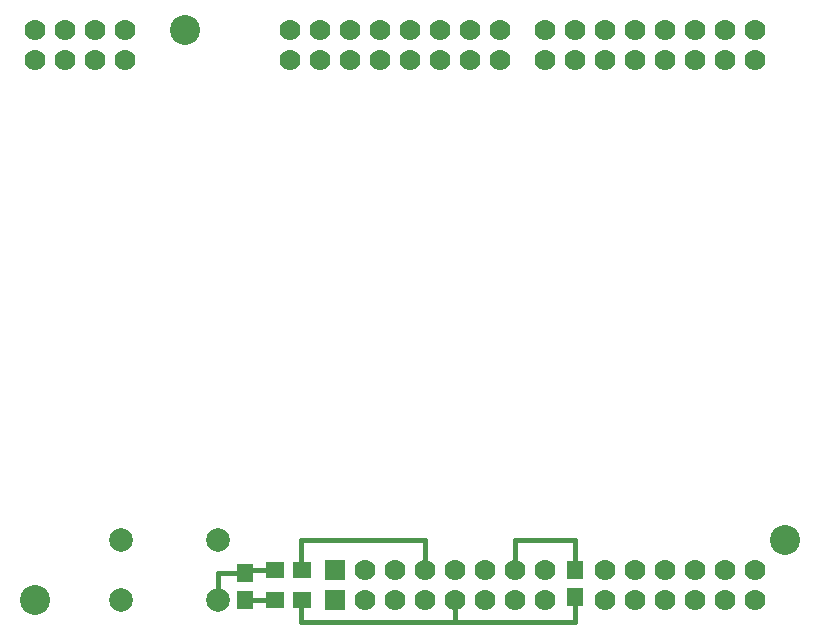
<source format=gbr>
G04 GERBER ASCII OUTPUT FROM: EDWINXP (VER. 1.61 REV. 20080915)*
G04 GERBER FORMAT: RX-274-X*
G04 BOARD: AMICUS - SOLDERBOARD*
G04 ARTWORK OF COMP.LAYER POSITIVE*
%ASAXBY*%
%FSLAX23Y23*%
%MIA0B0*%
%MOIN*%
%OFA0.0000B0.0000*%
%SFA1B1*%
%IJA0B0*%
%INLAYER2POS*%
%IOA0B0*%
%IPPOS*%
%IR0*%
G04 APERTURE MACROS*
%AMEDWDONUT*
1,1,$1,$2,$3*
1,0,$4,$2,$3*
%
%AMEDWFRECT*
20,1,$1,$2,$3,$4,$5,$6*
%
%AMEDWORECT*
20,1,$1,$2,$3,$4,$5,$10*
20,1,$1,$4,$5,$6,$7,$10*
20,1,$1,$6,$7,$8,$9,$10*
20,1,$1,$8,$9,$2,$3,$10*
1,1,$1,$2,$3*
1,1,$1,$4,$5*
1,1,$1,$6,$7*
1,1,$1,$8,$9*
%
%AMEDWLINER*
20,1,$1,$2,$3,$4,$5,$6*
1,1,$1,$2,$3*
1,1,$1,$4,$5*
%
%AMEDWFTRNG*
4,1,3,$1,$2,$3,$4,$5,$6,$7,$8,$9*
%
%AMEDWATRNG*
4,1,3,$1,$2,$3,$4,$5,$6,$7,$8,$9*
20,1,$11,$1,$2,$3,$4,$10*
20,1,$11,$3,$4,$5,$6,$10*
20,1,$11,$5,$6,$7,$8,$10*
1,1,$11,$3,$4*
1,1,$11,$5,$6*
1,1,$11,$7,$8*
%
%AMEDWOTRNG*
20,1,$1,$2,$3,$4,$5,$8*
20,1,$1,$4,$5,$6,$7,$8*
20,1,$1,$6,$7,$2,$3,$8*
1,1,$1,$2,$3*
1,1,$1,$4,$5*
1,1,$1,$6,$7*
%
G04*
G04 APERTURE LIST*
%ADD10R,0.0700X0.0650*%
%ADD11R,0.0940X0.0890*%
%ADD12R,0.0600X0.0550*%
%ADD13R,0.0840X0.0790*%
%ADD14R,0.0650X0.0700*%
%ADD15R,0.0890X0.0940*%
%ADD16R,0.0550X0.0600*%
%ADD17R,0.0790X0.0840*%
%ADD18R,0.0860X0.0860*%
%ADD19R,0.1100X0.1100*%
%ADD20R,0.0700X0.0700*%
%ADD21R,0.0940X0.0940*%
%ADD22C,0.00039*%
%ADD24C,0.0010*%
%ADD26C,0.00118*%
%ADD28C,0.0020*%
%ADD29R,0.0020X0.0020*%
%ADD30C,0.0030*%
%ADD31R,0.0030X0.0030*%
%ADD32C,0.0040*%
%ADD33R,0.0040X0.0040*%
%ADD34C,0.00472*%
%ADD36C,0.0050*%
%ADD37R,0.0050X0.0050*%
%ADD38C,0.00512*%
%ADD39R,0.00512X0.00512*%
%ADD40C,0.00551*%
%ADD41R,0.00551X0.00551*%
%ADD42C,0.00591*%
%ADD43R,0.00591X0.00591*%
%ADD44C,0.00659*%
%ADD45R,0.00659X0.00659*%
%ADD46C,0.00787*%
%ADD47R,0.00787X0.00787*%
%ADD48C,0.00799*%
%ADD50C,0.0080*%
%ADD52C,0.00984*%
%ADD53R,0.00984X0.00984*%
%ADD54C,0.0100*%
%ADD56C,0.0120*%
%ADD58C,0.0130*%
%ADD59R,0.0130X0.0130*%
%ADD60C,0.0150*%
%ADD61R,0.0150X0.0150*%
%ADD62C,0.01575*%
%ADD64C,0.0160*%
%ADD66C,0.01969*%
%ADD67R,0.01969X0.01969*%
%ADD68C,0.0200*%
%ADD69R,0.0200X0.0200*%
%ADD70C,0.0240*%
%ADD71R,0.0240X0.0240*%
%ADD72C,0.0250*%
%ADD73R,0.0250X0.0250*%
%ADD74C,0.0290*%
%ADD76C,0.02951*%
%ADD77R,0.02951X0.02951*%
%ADD78C,0.02991*%
%ADD79R,0.02991X0.02991*%
%ADD80C,0.0300*%
%ADD81R,0.0300X0.0300*%
%ADD82C,0.03059*%
%ADD83R,0.03059X0.03059*%
%ADD84C,0.03199*%
%ADD85R,0.03199X0.03199*%
%ADD86C,0.0320*%
%ADD87R,0.0320X0.0320*%
%ADD88C,0.0350*%
%ADD89R,0.0350X0.0350*%
%ADD90C,0.0360*%
%ADD92C,0.0370*%
%ADD93R,0.0370X0.0370*%
%ADD94C,0.0390*%
%ADD95R,0.0390X0.0390*%
%ADD96C,0.03937*%
%ADD97R,0.03937X0.03937*%
%ADD98C,0.03975*%
%ADD99R,0.03975X0.03975*%
%ADD100C,0.0400*%
%ADD101R,0.0400X0.0400*%
%ADD102C,0.04173*%
%ADD103R,0.04173X0.04173*%
%ADD104C,0.0440*%
%ADD105R,0.0440X0.0440*%
%ADD106C,0.0450*%
%ADD107R,0.0450X0.0450*%
%ADD108C,0.0470*%
%ADD109R,0.0470X0.0470*%
%ADD110C,0.04724*%
%ADD111R,0.04724X0.04724*%
%ADD112C,0.0490*%
%ADD113R,0.0490X0.0490*%
%ADD114C,0.0500*%
%ADD115R,0.0500X0.0500*%
%ADD116C,0.05118*%
%ADD117R,0.05118X0.05118*%
%ADD118C,0.0540*%
%ADD119R,0.0540X0.0540*%
%ADD120C,0.0560*%
%ADD121R,0.0560X0.0560*%
%ADD122C,0.0570*%
%ADD123R,0.0570X0.0570*%
%ADD124C,0.0590*%
%ADD125R,0.0590X0.0590*%
%ADD126C,0.05906*%
%ADD127R,0.05906X0.05906*%
%ADD128C,0.0600*%
%ADD129R,0.0600X0.0600*%
%ADD130C,0.0620*%
%ADD132C,0.06201*%
%ADD134C,0.06337*%
%ADD135R,0.06337X0.06337*%
%ADD136C,0.0640*%
%ADD137R,0.0640X0.0640*%
%ADD138C,0.0650*%
%ADD139R,0.0650X0.0650*%
%ADD140C,0.06693*%
%ADD141R,0.06693X0.06693*%
%ADD142C,0.0690*%
%ADD143R,0.0690X0.0690*%
%ADD144C,0.06906*%
%ADD145R,0.06906X0.06906*%
%ADD146C,0.0700*%
%ADD147R,0.0700X0.0700*%
%ADD148C,0.0710*%
%ADD149R,0.0710X0.0710*%
%ADD150C,0.07124*%
%ADD151R,0.07124X0.07124*%
%ADD152C,0.0740*%
%ADD153R,0.0740X0.0740*%
%ADD154C,0.0750*%
%ADD155R,0.0750X0.0750*%
%ADD156C,0.07598*%
%ADD158C,0.0760*%
%ADD160C,0.07874*%
%ADD162C,0.0800*%
%ADD163R,0.0800X0.0800*%
%ADD164C,0.0810*%
%ADD165R,0.0810X0.0810*%
%ADD166C,0.08306*%
%ADD167R,0.08306X0.08306*%
%ADD168C,0.0840*%
%ADD169R,0.0840X0.0840*%
%ADD170C,0.08598*%
%ADD172C,0.0860*%
%ADD173R,0.0860X0.0860*%
%ADD174C,0.08601*%
%ADD176C,0.0870*%
%ADD177R,0.0870X0.0870*%
%ADD178C,0.0890*%
%ADD179R,0.0890X0.0890*%
%ADD180C,0.0900*%
%ADD181R,0.0900X0.0900*%
%ADD182C,0.09093*%
%ADD183R,0.09093X0.09093*%
%ADD184C,0.0940*%
%ADD185R,0.0940X0.0940*%
%ADD186C,0.0970*%
%ADD187R,0.0970X0.0970*%
%ADD188C,0.09843*%
%ADD189R,0.09843X0.09843*%
%ADD190C,0.0990*%
%ADD191R,0.0990X0.0990*%
%ADD192C,0.09998*%
%ADD194C,0.1000*%
%ADD195R,0.1000X0.1000*%
%ADD196C,0.10274*%
%ADD198C,0.1040*%
%ADD199R,0.1040X0.1040*%
%ADD200C,0.10998*%
%ADD202C,0.1100*%
%ADD203R,0.1100X0.1100*%
%ADD204C,0.1110*%
%ADD205R,0.1110X0.1110*%
%ADD206C,0.1120*%
%ADD207R,0.1120X0.1120*%
%ADD208C,0.1140*%
%ADD209R,0.1140X0.1140*%
%ADD210C,0.1150*%
%ADD211R,0.1150X0.1150*%
%ADD212C,0.1200*%
%ADD213R,0.1200X0.1200*%
%ADD214C,0.1210*%
%ADD215R,0.1210X0.1210*%
%ADD216C,0.1240*%
%ADD217R,0.1240X0.1240*%
%ADD218C,0.1250*%
%ADD219R,0.1250X0.1250*%
%ADD220C,0.12992*%
%ADD221R,0.12992X0.12992*%
%ADD222C,0.1300*%
%ADD223R,0.1300X0.1300*%
%ADD224C,0.1340*%
%ADD225R,0.1340X0.1340*%
%ADD226C,0.1390*%
%ADD227R,0.1390X0.1390*%
%ADD228C,0.1420*%
%ADD229R,0.1420X0.1420*%
%ADD230C,0.1440*%
%ADD231R,0.1440X0.1440*%
%ADD232C,0.1490*%
%ADD233R,0.1490X0.1490*%
%ADD234C,0.1520*%
%ADD235R,0.1520X0.1520*%
%ADD236C,0.15374*%
%ADD237R,0.15374X0.15374*%
%ADD238C,0.1540*%
%ADD239R,0.1540X0.1540*%
%ADD240C,0.1660*%
%ADD241R,0.1660X0.1660*%
%ADD242C,0.17323*%
%ADD244C,0.1760*%
%ADD245R,0.1760X0.1760*%
%ADD246C,0.17774*%
%ADD247R,0.17774X0.17774*%
%ADD248C,0.18504*%
%ADD250C,0.18898*%
%ADD252C,0.20904*%
%ADD254C,0.2126*%
%ADD256C,0.21298*%
%ADD258C,0.22835*%
%ADD261R,0.23622X0.23622*%
%ADD263R,0.24937X0.24937*%
%ADD265R,0.26022X0.26022*%
%ADD267R,0.27337X0.27337*%
%ADD269R,0.31496X0.31496*%
%ADD271R,0.32811X0.32811*%
%ADD273R,0.33896X0.33896*%
%ADD275R,0.35211X0.35211*%
%ADD276C,0.45211*%
%ADD277R,0.45211X0.45211*%
%ADD278C,0.55211*%
%ADD279R,0.55211X0.55211*%
%ADD280C,0.65211*%
%ADD281R,0.65211X0.65211*%
%ADD282C,0.75211*%
%ADD283R,0.75211X0.75211*%
%ADD284C,0.85211*%
%ADD285R,0.85211X0.85211*%
%ADD286C,0.95211*%
%ADD287R,0.95211X0.95211*%
%ADD288C,1.05211*%
%ADD289R,1.05211X1.05211*%
%ADD290C,1.15211*%
%ADD291R,1.15211X1.15211*%
%ADD292C,1.25211*%
%ADD293R,1.25211X1.25211*%
%ADD294C,1.35211*%
%ADD295R,1.35211X1.35211*%
%ADD296C,1.45211*%
%ADD297R,1.45211X1.45211*%
%ADD298C,1.55211*%
%ADD299R,1.55211X1.55211*%
%ADD300C,1.65211*%
%ADD301R,1.65211X1.65211*%
%ADD302C,1.75211*%
%ADD303R,1.75211X1.75211*%
%ADD304C,1.85211*%
%ADD305R,1.85211X1.85211*%
%ADD306C,1.95211*%
%ADD307R,1.95211X1.95211*%
G04*
D146*
X1300Y200D02*D03*
X1400Y200D02*D03*
X1500Y200D02*D03*
X1600Y200D02*D03*
X1700Y200D02*D03*
X1800Y200D02*D03*
X1800Y1900D02*D03*
X1900Y1900D02*D03*
X2000Y1900D02*D03*
X2100Y1900D02*D03*
X2200Y1900D02*D03*
X2300Y1900D02*D03*
X2400Y1900D02*D03*
X2500Y1900D02*D03*
X950Y1900D02*D03*
X1050Y1900D02*D03*
X1150Y1900D02*D03*
X1250Y1900D02*D03*
X1350Y1900D02*D03*
X1450Y1900D02*D03*
X1550Y1900D02*D03*
X1650Y1900D02*D03*
X2000Y200D02*D03*
X2100Y200D02*D03*
X2200Y200D02*D03*
X2300Y200D02*D03*
X2400Y200D02*D03*
X2500Y200D02*D03*
X2000Y100D02*D03*
X2100Y100D02*D03*
X2200Y100D02*D03*
X2300Y100D02*D03*
X2400Y100D02*D03*
X2500Y100D02*D03*
X950Y2000D02*D03*
X1050Y2000D02*D03*
X1150Y2000D02*D03*
X1250Y2000D02*D03*
X1350Y2000D02*D03*
X1450Y2000D02*D03*
X1550Y2000D02*D03*
X1650Y2000D02*D03*
X1300Y100D02*D03*
X1400Y100D02*D03*
X1500Y100D02*D03*
X1600Y100D02*D03*
X1700Y100D02*D03*
X1800Y100D02*D03*
X1800Y2000D02*D03*
X1900Y2000D02*D03*
X2000Y2000D02*D03*
X2100Y2000D02*D03*
X2200Y2000D02*D03*
X2300Y2000D02*D03*
X2400Y2000D02*D03*
X2500Y2000D02*D03*
D12* 
X900Y100D02*D03*
X990Y100D02*D03*
D16* 
X800Y190D02*D03*
X800Y100D02*D03*
D160*
X712Y100D02*D03*
X712Y300D02*D03*
X388Y300D02*D03*
X388Y100D02*D03*
D12* 
X990Y200D02*D03*
X900Y200D02*D03*
D16* 
X1900Y110D02*D03*
X1900Y200D02*D03*
D146*
X100Y2000D02*D03*
X200Y2000D02*D03*
X300Y2000D02*D03*
X400Y2000D02*D03*
D194*
X600Y2000D02*D03*
X100Y100D02*D03*
D20* 
X1100Y100D02*D03*
D146*
X1200Y100D02*D03*
D20* 
X1100Y200D02*D03*
D146*
X1200Y200D02*D03*
D194*
X2600Y300D02*D03*
D146*
X100Y1900D02*D03*
X200Y1900D02*D03*
X300Y1900D02*D03*
X400Y1900D02*D03*
D64* 
X800Y188D02*
X713Y188D01*
X713Y100D01*
X800Y100D02*
X900Y100D01*
X1900Y200D02*
X1900Y300D01*
X1700Y300D01*
X1700Y200D01*
X1500Y100D02*
X1500Y25D01*
X1900Y25D01*
X1900Y113D01*
X1900Y25D01*
X988Y25D01*
X988Y100D01*
X900Y200D02*
X800Y200D01*
X988Y200D02*
X988Y300D01*
X1400Y300D01*
X1400Y200D01*
M02*

</source>
